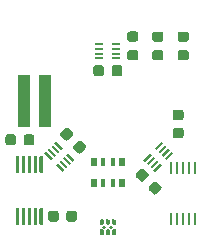
<source format=gbr>
%TF.GenerationSoftware,KiCad,Pcbnew,(5.1.10)-1*%
%TF.CreationDate,2021-10-06T18:30:59-05:00*%
%TF.ProjectId,BYTE_Magnetic,42595445-5f4d-4616-976e-657469632e6b,rev?*%
%TF.SameCoordinates,Original*%
%TF.FileFunction,Paste,Bot*%
%TF.FilePolarity,Positive*%
%FSLAX46Y46*%
G04 Gerber Fmt 4.6, Leading zero omitted, Abs format (unit mm)*
G04 Created by KiCad (PCBNEW (5.1.10)-1) date 2021-10-06 18:30:59*
%MOMM*%
%LPD*%
G01*
G04 APERTURE LIST*
%ADD10C,0.100000*%
%ADD11R,0.203200X0.304800*%
%ADD12R,1.000000X4.400000*%
%ADD13R,0.500000X0.800000*%
%ADD14R,0.400000X0.800000*%
%ADD15R,0.250000X1.100000*%
%ADD16R,0.800000X0.200000*%
G04 APERTURE END LIST*
D10*
%TO.C,U3*%
G36*
X181907640Y-120850560D02*
G01*
X182110840Y-120850560D01*
X182110840Y-121168060D01*
X182009240Y-121269660D01*
X181907640Y-121168060D01*
X181907640Y-120850560D01*
G37*
X181907640Y-120850560D02*
X182110840Y-120850560D01*
X182110840Y-121168060D01*
X182009240Y-121269660D01*
X181907640Y-121168060D01*
X181907640Y-120850560D01*
G36*
X181407260Y-120850560D02*
G01*
X181610460Y-120850560D01*
X181610460Y-121168060D01*
X181508860Y-121269660D01*
X181407260Y-121269660D01*
X181407260Y-120850560D01*
G37*
X181407260Y-120850560D02*
X181610460Y-120850560D01*
X181610460Y-121168060D01*
X181508860Y-121269660D01*
X181407260Y-121269660D01*
X181407260Y-120850560D01*
G36*
X181407260Y-122049440D02*
G01*
X181610460Y-122049440D01*
X181610460Y-121731940D01*
X181508860Y-121630340D01*
X181407260Y-121630340D01*
X181407260Y-122049440D01*
G37*
X181407260Y-122049440D02*
X181610460Y-122049440D01*
X181610460Y-121731940D01*
X181508860Y-121630340D01*
X181407260Y-121630340D01*
X181407260Y-122049440D01*
G36*
X181907640Y-122049440D02*
G01*
X182110840Y-122049440D01*
X182110840Y-121731940D01*
X182009240Y-121630340D01*
X181907640Y-121731940D01*
X181907640Y-122049440D01*
G37*
X181907640Y-122049440D02*
X182110840Y-122049440D01*
X182110840Y-121731940D01*
X182009240Y-121630340D01*
X181907640Y-121731940D01*
X181907640Y-122049440D01*
G36*
X182611220Y-122049440D02*
G01*
X182408020Y-122049440D01*
X182408020Y-121731940D01*
X182509620Y-121630340D01*
X182611220Y-121630340D01*
X182611220Y-122049440D01*
G37*
X182611220Y-122049440D02*
X182408020Y-122049440D01*
X182408020Y-121731940D01*
X182509620Y-121630340D01*
X182611220Y-121630340D01*
X182611220Y-122049440D01*
G36*
X182611220Y-120850560D02*
G01*
X182408020Y-120850560D01*
X182408020Y-121168060D01*
X182509620Y-121269660D01*
X182611220Y-121269660D01*
X182611220Y-120850560D01*
G37*
X182611220Y-120850560D02*
X182408020Y-120850560D01*
X182408020Y-121168060D01*
X182509620Y-121269660D01*
X182611220Y-121269660D01*
X182611220Y-120850560D01*
%TD*%
D11*
%TO.C,U3*%
X181508860Y-121002960D03*
X182009240Y-121002960D03*
X182509620Y-121002960D03*
X182509620Y-121897040D03*
X182009240Y-121897040D03*
X181508860Y-121897040D03*
D10*
G36*
X181740000Y-121288355D02*
G01*
X181901645Y-121450000D01*
X181740000Y-121611645D01*
X181578355Y-121450000D01*
X181740000Y-121288355D01*
G37*
G36*
X182278480Y-121288355D02*
G01*
X182440125Y-121450000D01*
X182278480Y-121611645D01*
X182116835Y-121450000D01*
X182278480Y-121288355D01*
G37*
%TD*%
D12*
%TO.C,M1*%
X176760000Y-110820000D03*
X174960000Y-110820000D03*
%TD*%
%TO.C,D3*%
G36*
G01*
X188173750Y-106510000D02*
X188686250Y-106510000D01*
G75*
G02*
X188905000Y-106728750I0J-218750D01*
G01*
X188905000Y-107166250D01*
G75*
G02*
X188686250Y-107385000I-218750J0D01*
G01*
X188173750Y-107385000D01*
G75*
G02*
X187955000Y-107166250I0J218750D01*
G01*
X187955000Y-106728750D01*
G75*
G02*
X188173750Y-106510000I218750J0D01*
G01*
G37*
G36*
G01*
X188173750Y-104935000D02*
X188686250Y-104935000D01*
G75*
G02*
X188905000Y-105153750I0J-218750D01*
G01*
X188905000Y-105591250D01*
G75*
G02*
X188686250Y-105810000I-218750J0D01*
G01*
X188173750Y-105810000D01*
G75*
G02*
X187955000Y-105591250I0J218750D01*
G01*
X187955000Y-105153750D01*
G75*
G02*
X188173750Y-104935000I218750J0D01*
G01*
G37*
%TD*%
%TO.C,D2*%
G36*
G01*
X183893750Y-106502500D02*
X184406250Y-106502500D01*
G75*
G02*
X184625000Y-106721250I0J-218750D01*
G01*
X184625000Y-107158750D01*
G75*
G02*
X184406250Y-107377500I-218750J0D01*
G01*
X183893750Y-107377500D01*
G75*
G02*
X183675000Y-107158750I0J218750D01*
G01*
X183675000Y-106721250D01*
G75*
G02*
X183893750Y-106502500I218750J0D01*
G01*
G37*
G36*
G01*
X183893750Y-104927500D02*
X184406250Y-104927500D01*
G75*
G02*
X184625000Y-105146250I0J-218750D01*
G01*
X184625000Y-105583750D01*
G75*
G02*
X184406250Y-105802500I-218750J0D01*
G01*
X183893750Y-105802500D01*
G75*
G02*
X183675000Y-105583750I0J218750D01*
G01*
X183675000Y-105146250D01*
G75*
G02*
X183893750Y-104927500I218750J0D01*
G01*
G37*
%TD*%
%TO.C,D1*%
G36*
G01*
X186526250Y-105810000D02*
X186013750Y-105810000D01*
G75*
G02*
X185795000Y-105591250I0J218750D01*
G01*
X185795000Y-105153750D01*
G75*
G02*
X186013750Y-104935000I218750J0D01*
G01*
X186526250Y-104935000D01*
G75*
G02*
X186745000Y-105153750I0J-218750D01*
G01*
X186745000Y-105591250D01*
G75*
G02*
X186526250Y-105810000I-218750J0D01*
G01*
G37*
G36*
G01*
X186526250Y-107385000D02*
X186013750Y-107385000D01*
G75*
G02*
X185795000Y-107166250I0J218750D01*
G01*
X185795000Y-106728750D01*
G75*
G02*
X186013750Y-106510000I218750J0D01*
G01*
X186526250Y-106510000D01*
G75*
G02*
X186745000Y-106728750I0J-218750D01*
G01*
X186745000Y-107166250D01*
G75*
G02*
X186526250Y-107385000I-218750J0D01*
G01*
G37*
%TD*%
D13*
%TO.C,RN1*%
X180840000Y-115940000D03*
D14*
X181640000Y-115940000D03*
D13*
X183240000Y-115940000D03*
D14*
X182440000Y-115940000D03*
D13*
X180840000Y-117740000D03*
D14*
X182440000Y-117740000D03*
X181640000Y-117740000D03*
D13*
X183240000Y-117740000D03*
%TD*%
D15*
%TO.C,U2*%
X189380000Y-116480000D03*
X188880000Y-116480000D03*
X188380000Y-116480000D03*
X187880000Y-116480000D03*
X187380000Y-116480000D03*
X187380000Y-120780000D03*
X187880000Y-120780000D03*
X188380000Y-120780000D03*
X188880000Y-120780000D03*
X189380000Y-120780000D03*
%TD*%
%TO.C,U1*%
G36*
G01*
X176475000Y-116925000D02*
X176325000Y-116925000D01*
G75*
G02*
X176250000Y-116850000I0J75000D01*
G01*
X176250000Y-115550000D01*
G75*
G02*
X176325000Y-115475000I75000J0D01*
G01*
X176475000Y-115475000D01*
G75*
G02*
X176550000Y-115550000I0J-75000D01*
G01*
X176550000Y-116850000D01*
G75*
G02*
X176475000Y-116925000I-75000J0D01*
G01*
G37*
G36*
G01*
X175975000Y-116925000D02*
X175825000Y-116925000D01*
G75*
G02*
X175750000Y-116850000I0J75000D01*
G01*
X175750000Y-115550000D01*
G75*
G02*
X175825000Y-115475000I75000J0D01*
G01*
X175975000Y-115475000D01*
G75*
G02*
X176050000Y-115550000I0J-75000D01*
G01*
X176050000Y-116850000D01*
G75*
G02*
X175975000Y-116925000I-75000J0D01*
G01*
G37*
G36*
G01*
X175475000Y-116925000D02*
X175325000Y-116925000D01*
G75*
G02*
X175250000Y-116850000I0J75000D01*
G01*
X175250000Y-115550000D01*
G75*
G02*
X175325000Y-115475000I75000J0D01*
G01*
X175475000Y-115475000D01*
G75*
G02*
X175550000Y-115550000I0J-75000D01*
G01*
X175550000Y-116850000D01*
G75*
G02*
X175475000Y-116925000I-75000J0D01*
G01*
G37*
G36*
G01*
X174975000Y-116925000D02*
X174825000Y-116925000D01*
G75*
G02*
X174750000Y-116850000I0J75000D01*
G01*
X174750000Y-115550000D01*
G75*
G02*
X174825000Y-115475000I75000J0D01*
G01*
X174975000Y-115475000D01*
G75*
G02*
X175050000Y-115550000I0J-75000D01*
G01*
X175050000Y-116850000D01*
G75*
G02*
X174975000Y-116925000I-75000J0D01*
G01*
G37*
G36*
G01*
X174475000Y-116925000D02*
X174325000Y-116925000D01*
G75*
G02*
X174250000Y-116850000I0J75000D01*
G01*
X174250000Y-115550000D01*
G75*
G02*
X174325000Y-115475000I75000J0D01*
G01*
X174475000Y-115475000D01*
G75*
G02*
X174550000Y-115550000I0J-75000D01*
G01*
X174550000Y-116850000D01*
G75*
G02*
X174475000Y-116925000I-75000J0D01*
G01*
G37*
G36*
G01*
X174475000Y-121325000D02*
X174325000Y-121325000D01*
G75*
G02*
X174250000Y-121250000I0J75000D01*
G01*
X174250000Y-119950000D01*
G75*
G02*
X174325000Y-119875000I75000J0D01*
G01*
X174475000Y-119875000D01*
G75*
G02*
X174550000Y-119950000I0J-75000D01*
G01*
X174550000Y-121250000D01*
G75*
G02*
X174475000Y-121325000I-75000J0D01*
G01*
G37*
G36*
G01*
X174975000Y-121325000D02*
X174825000Y-121325000D01*
G75*
G02*
X174750000Y-121250000I0J75000D01*
G01*
X174750000Y-119950000D01*
G75*
G02*
X174825000Y-119875000I75000J0D01*
G01*
X174975000Y-119875000D01*
G75*
G02*
X175050000Y-119950000I0J-75000D01*
G01*
X175050000Y-121250000D01*
G75*
G02*
X174975000Y-121325000I-75000J0D01*
G01*
G37*
G36*
G01*
X175475000Y-121325000D02*
X175325000Y-121325000D01*
G75*
G02*
X175250000Y-121250000I0J75000D01*
G01*
X175250000Y-119950000D01*
G75*
G02*
X175325000Y-119875000I75000J0D01*
G01*
X175475000Y-119875000D01*
G75*
G02*
X175550000Y-119950000I0J-75000D01*
G01*
X175550000Y-121250000D01*
G75*
G02*
X175475000Y-121325000I-75000J0D01*
G01*
G37*
G36*
G01*
X175975000Y-121325000D02*
X175825000Y-121325000D01*
G75*
G02*
X175750000Y-121250000I0J75000D01*
G01*
X175750000Y-119950000D01*
G75*
G02*
X175825000Y-119875000I75000J0D01*
G01*
X175975000Y-119875000D01*
G75*
G02*
X176050000Y-119950000I0J-75000D01*
G01*
X176050000Y-121250000D01*
G75*
G02*
X175975000Y-121325000I-75000J0D01*
G01*
G37*
G36*
G01*
X176475000Y-121325000D02*
X176325000Y-121325000D01*
G75*
G02*
X176250000Y-121250000I0J75000D01*
G01*
X176250000Y-119950000D01*
G75*
G02*
X176325000Y-119875000I75000J0D01*
G01*
X176475000Y-119875000D01*
G75*
G02*
X176550000Y-119950000I0J-75000D01*
G01*
X176550000Y-121250000D01*
G75*
G02*
X176475000Y-121325000I-75000J0D01*
G01*
G37*
%TD*%
%TO.C,C1*%
G36*
G01*
X188240000Y-112440000D02*
X187740000Y-112440000D01*
G75*
G02*
X187515000Y-112215000I0J225000D01*
G01*
X187515000Y-111765000D01*
G75*
G02*
X187740000Y-111540000I225000J0D01*
G01*
X188240000Y-111540000D01*
G75*
G02*
X188465000Y-111765000I0J-225000D01*
G01*
X188465000Y-112215000D01*
G75*
G02*
X188240000Y-112440000I-225000J0D01*
G01*
G37*
G36*
G01*
X188240000Y-113990000D02*
X187740000Y-113990000D01*
G75*
G02*
X187515000Y-113765000I0J225000D01*
G01*
X187515000Y-113315000D01*
G75*
G02*
X187740000Y-113090000I225000J0D01*
G01*
X188240000Y-113090000D01*
G75*
G02*
X188465000Y-113315000I0J-225000D01*
G01*
X188465000Y-113765000D01*
G75*
G02*
X188240000Y-113990000I-225000J0D01*
G01*
G37*
%TD*%
%TO.C,C7*%
G36*
G01*
X185545025Y-118048579D02*
X185898579Y-117695025D01*
G75*
G02*
X186216777Y-117695025I159099J-159099D01*
G01*
X186534975Y-118013223D01*
G75*
G02*
X186534975Y-118331421I-159099J-159099D01*
G01*
X186181421Y-118684975D01*
G75*
G02*
X185863223Y-118684975I-159099J159099D01*
G01*
X185545025Y-118366777D01*
G75*
G02*
X185545025Y-118048579I159099J159099D01*
G01*
G37*
G36*
G01*
X184449009Y-116952563D02*
X184802563Y-116599009D01*
G75*
G02*
X185120761Y-116599009I159099J-159099D01*
G01*
X185438959Y-116917207D01*
G75*
G02*
X185438959Y-117235405I-159099J-159099D01*
G01*
X185085405Y-117588959D01*
G75*
G02*
X184767207Y-117588959I-159099J159099D01*
G01*
X184449009Y-117270761D01*
G75*
G02*
X184449009Y-116952563I159099J159099D01*
G01*
G37*
%TD*%
%TO.C,C6*%
G36*
G01*
X181715000Y-108000000D02*
X181715000Y-108500000D01*
G75*
G02*
X181490000Y-108725000I-225000J0D01*
G01*
X181040000Y-108725000D01*
G75*
G02*
X180815000Y-108500000I0J225000D01*
G01*
X180815000Y-108000000D01*
G75*
G02*
X181040000Y-107775000I225000J0D01*
G01*
X181490000Y-107775000D01*
G75*
G02*
X181715000Y-108000000I0J-225000D01*
G01*
G37*
G36*
G01*
X183265000Y-108000000D02*
X183265000Y-108500000D01*
G75*
G02*
X183040000Y-108725000I-225000J0D01*
G01*
X182590000Y-108725000D01*
G75*
G02*
X182365000Y-108500000I0J225000D01*
G01*
X182365000Y-108000000D01*
G75*
G02*
X182590000Y-107775000I225000J0D01*
G01*
X183040000Y-107775000D01*
G75*
G02*
X183265000Y-108000000I0J-225000D01*
G01*
G37*
%TD*%
%TO.C,C3*%
G36*
G01*
X179143033Y-114576587D02*
X179496587Y-114223033D01*
G75*
G02*
X179814785Y-114223033I159099J-159099D01*
G01*
X180132983Y-114541231D01*
G75*
G02*
X180132983Y-114859429I-159099J-159099D01*
G01*
X179779429Y-115212983D01*
G75*
G02*
X179461231Y-115212983I-159099J159099D01*
G01*
X179143033Y-114894785D01*
G75*
G02*
X179143033Y-114576587I159099J159099D01*
G01*
G37*
G36*
G01*
X178047017Y-113480571D02*
X178400571Y-113127017D01*
G75*
G02*
X178718769Y-113127017I159099J-159099D01*
G01*
X179036967Y-113445215D01*
G75*
G02*
X179036967Y-113763413I-159099J-159099D01*
G01*
X178683413Y-114116967D01*
G75*
G02*
X178365215Y-114116967I-159099J159099D01*
G01*
X178047017Y-113798769D01*
G75*
G02*
X178047017Y-113480571I159099J159099D01*
G01*
G37*
%TD*%
D10*
%TO.C,U6*%
G36*
X185754314Y-115388579D02*
G01*
X185188629Y-115954264D01*
X185047208Y-115812843D01*
X185612893Y-115247158D01*
X185754314Y-115388579D01*
G37*
G36*
X186037157Y-115671421D02*
G01*
X185471472Y-116237106D01*
X185330051Y-116095685D01*
X185895736Y-115530000D01*
X186037157Y-115671421D01*
G37*
G36*
X186320000Y-115954264D02*
G01*
X185754315Y-116519949D01*
X185612894Y-116378528D01*
X186178579Y-115812843D01*
X186320000Y-115954264D01*
G37*
G36*
X186602842Y-116237107D02*
G01*
X186037157Y-116802792D01*
X185895736Y-116661371D01*
X186461421Y-116095686D01*
X186602842Y-116237107D01*
G37*
G36*
X187592792Y-115247157D02*
G01*
X187027107Y-115812842D01*
X186885686Y-115671421D01*
X187451371Y-115105736D01*
X187592792Y-115247157D01*
G37*
G36*
X187309949Y-114964315D02*
G01*
X186744264Y-115530000D01*
X186602843Y-115388579D01*
X187168528Y-114822894D01*
X187309949Y-114964315D01*
G37*
G36*
X187027106Y-114681472D02*
G01*
X186461421Y-115247157D01*
X186320000Y-115105736D01*
X186885685Y-114540051D01*
X187027106Y-114681472D01*
G37*
G36*
X186744264Y-114398629D02*
G01*
X186178579Y-114964314D01*
X186037158Y-114822893D01*
X186602843Y-114257208D01*
X186744264Y-114398629D01*
G37*
%TD*%
D16*
%TO.C,U5*%
X182710000Y-107200000D03*
X182710000Y-106800000D03*
X182710000Y-106400000D03*
X182710000Y-106000000D03*
X181310000Y-106000000D03*
X181310000Y-106400000D03*
X181310000Y-106800000D03*
X181310000Y-107200000D03*
%TD*%
D10*
%TO.C,U4*%
G36*
X178071421Y-114964314D02*
G01*
X177505736Y-114398629D01*
X177647157Y-114257208D01*
X178212842Y-114822893D01*
X178071421Y-114964314D01*
G37*
G36*
X177788579Y-115247157D02*
G01*
X177222894Y-114681472D01*
X177364315Y-114540051D01*
X177930000Y-115105736D01*
X177788579Y-115247157D01*
G37*
G36*
X177505736Y-115530000D02*
G01*
X176940051Y-114964315D01*
X177081472Y-114822894D01*
X177647157Y-115388579D01*
X177505736Y-115530000D01*
G37*
G36*
X177222893Y-115812842D02*
G01*
X176657208Y-115247157D01*
X176798629Y-115105736D01*
X177364314Y-115671421D01*
X177222893Y-115812842D01*
G37*
G36*
X178212843Y-116802792D02*
G01*
X177647158Y-116237107D01*
X177788579Y-116095686D01*
X178354264Y-116661371D01*
X178212843Y-116802792D01*
G37*
G36*
X178495685Y-116519949D02*
G01*
X177930000Y-115954264D01*
X178071421Y-115812843D01*
X178637106Y-116378528D01*
X178495685Y-116519949D01*
G37*
G36*
X178778528Y-116237106D02*
G01*
X178212843Y-115671421D01*
X178354264Y-115530000D01*
X178919949Y-116095685D01*
X178778528Y-116237106D01*
G37*
G36*
X179061371Y-115954264D02*
G01*
X178495686Y-115388579D01*
X178637107Y-115247158D01*
X179202792Y-115812843D01*
X179061371Y-115954264D01*
G37*
%TD*%
%TO.C,C5*%
G36*
G01*
X174914740Y-114350000D02*
X174914740Y-113850000D01*
G75*
G02*
X175139740Y-113625000I225000J0D01*
G01*
X175589740Y-113625000D01*
G75*
G02*
X175814740Y-113850000I0J-225000D01*
G01*
X175814740Y-114350000D01*
G75*
G02*
X175589740Y-114575000I-225000J0D01*
G01*
X175139740Y-114575000D01*
G75*
G02*
X174914740Y-114350000I0J225000D01*
G01*
G37*
G36*
G01*
X173364740Y-114350000D02*
X173364740Y-113850000D01*
G75*
G02*
X173589740Y-113625000I225000J0D01*
G01*
X174039740Y-113625000D01*
G75*
G02*
X174264740Y-113850000I0J-225000D01*
G01*
X174264740Y-114350000D01*
G75*
G02*
X174039740Y-114575000I-225000J0D01*
G01*
X173589740Y-114575000D01*
G75*
G02*
X173364740Y-114350000I0J225000D01*
G01*
G37*
%TD*%
%TO.C,C4*%
G36*
G01*
X178525000Y-120830000D02*
X178525000Y-120330000D01*
G75*
G02*
X178750000Y-120105000I225000J0D01*
G01*
X179200000Y-120105000D01*
G75*
G02*
X179425000Y-120330000I0J-225000D01*
G01*
X179425000Y-120830000D01*
G75*
G02*
X179200000Y-121055000I-225000J0D01*
G01*
X178750000Y-121055000D01*
G75*
G02*
X178525000Y-120830000I0J225000D01*
G01*
G37*
G36*
G01*
X176975000Y-120830000D02*
X176975000Y-120330000D01*
G75*
G02*
X177200000Y-120105000I225000J0D01*
G01*
X177650000Y-120105000D01*
G75*
G02*
X177875000Y-120330000I0J-225000D01*
G01*
X177875000Y-120830000D01*
G75*
G02*
X177650000Y-121055000I-225000J0D01*
G01*
X177200000Y-121055000D01*
G75*
G02*
X176975000Y-120830000I0J225000D01*
G01*
G37*
%TD*%
M02*

</source>
